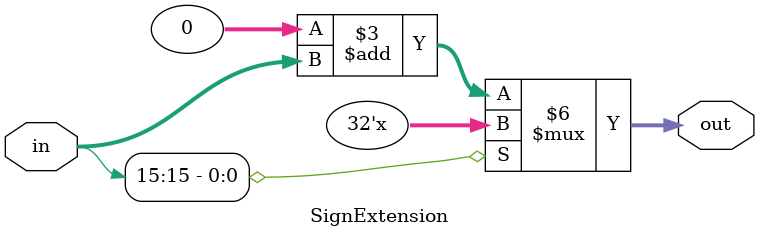
<source format=v>
`timescale 1ns / 1ps
module SignExtension(input[15:0] in, output reg[31:0] out);
	always@(in) begin
		if(in[15]==1'b0) begin
			out = 32'b0;
			out = out + in;
		end
		else begin
			out[31:16] = 16'b1111111111111111;
			out = out + in;
		end
	end

endmodule

</source>
